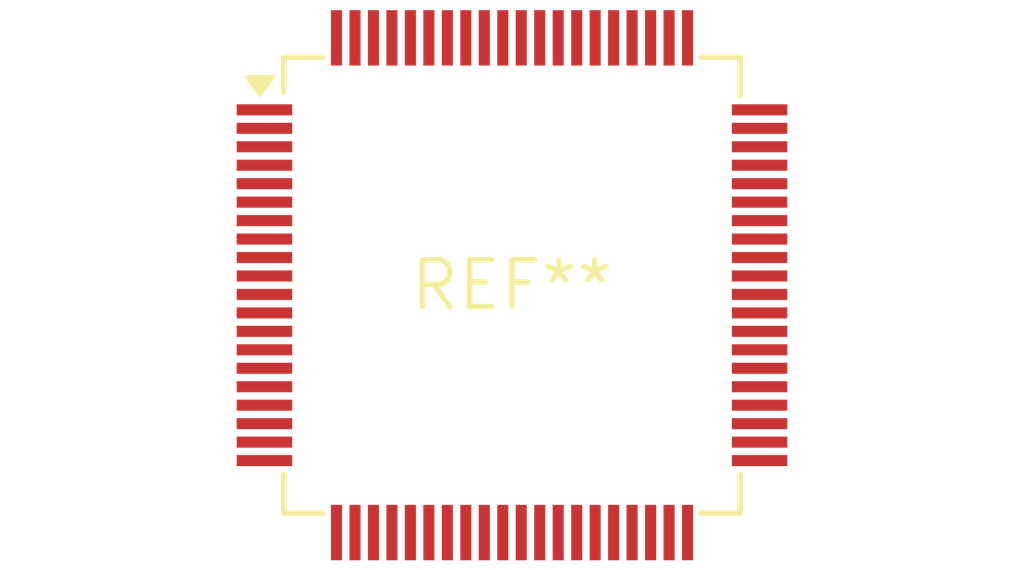
<source format=kicad_pcb>
(kicad_pcb (version 20240108) (generator pcbnew)
  (layers (0 "F.Cu" signal) (31 "B.Cu" signal) (34 "B.Paste" user) (35 "F.Paste" user) (36 "B.SilkS" user "B.Silkscreen") (37 "F.SilkS" user "F.Silkscreen") (38 "B.Mask" user) (39 "F.Mask" user) (44 "Edge.Cuts" user))
  (net 0 "")
  (footprint "TQFP-80_12x12mm_P0.5mm" (layer "F.Cu") (at 0 0)
    (property "Reference" "REF**")
    (property "Value" "TQFP-80_12x12mm_P0.5mm")
    (fp_line (start -6.175 -6.175) (end -6.175 -5.225) (layer "F.SilkS") (stroke (width 0.15)))
    (fp_line (start -6.175 -6.175) (end -5.125 -6.175) (layer "F.SilkS") (stroke (width 0.15)))
    (fp_line (start -6.175 6.175) (end -6.175 5.125) (layer "F.SilkS") (stroke (width 0.15)))
    (fp_line (start -6.175 6.175) (end -5.125 6.175) (layer "F.SilkS") (stroke (width 0.15)))
    (fp_line (start 6.175 -6.175) (end 5.125 -6.175) (layer "F.SilkS") (stroke (width 0.15)))
    (fp_line (start 6.175 -6.175) (end 6.175 -5.125) (layer "F.SilkS") (stroke (width 0.15)))
    (fp_line (start 6.175 6.175) (end 5.125 6.175) (layer "F.SilkS") (stroke (width 0.15)))
    (fp_line (start 6.175 6.175) (end 6.175 5.125) (layer "F.SilkS") (stroke (width 0.15)))
    (fp_poly (pts (xy -6.822413 -5.161958) (xy -7.162413 -5.631958) (xy -6.482413 -5.631958) (xy -6.822413 -5.161958)) (layer "F.SilkS") (stroke (width 0.12)) (fill solid))
    (pad "1" smd rect (at -6.7 -4.75) (size 1.5 0.3) (layers "F.Cu" "F.Paste" "F.Mask"))
    (pad "2" smd rect (at -6.7 -4.25) (size 1.5 0.3) (layers "F.Cu" "F.Paste" "F.Mask"))
    (pad "3" smd rect (at -6.7 -3.75) (size 1.5 0.3) (layers "F.Cu" "F.Paste" "F.Mask"))
    (pad "4" smd rect (at -6.7 -3.25) (size 1.5 0.3) (layers "F.Cu" "F.Paste" "F.Mask"))
    (pad "5" smd rect (at -6.7 -2.75) (size 1.5 0.3) (layers "F.Cu" "F.Paste" "F.Mask"))
    (pad "6" smd rect (at -6.7 -2.25) (size 1.5 0.3) (layers "F.Cu" "F.Paste" "F.Mask"))
    (pad "7" smd rect (at -6.7 -1.75) (size 1.5 0.3) (layers "F.Cu" "F.Paste" "F.Mask"))
    (pad "8" smd rect (at -6.7 -1.25) (size 1.5 0.3) (layers "F.Cu" "F.Paste" "F.Mask"))
    (pad "9" smd rect (at -6.7 -0.75) (size 1.5 0.3) (layers "F.Cu" "F.Paste" "F.Mask"))
    (pad "10" smd rect (at -6.7 -0.25) (size 1.5 0.3) (layers "F.Cu" "F.Paste" "F.Mask"))
    (pad "11" smd rect (at -6.7 0.25) (size 1.5 0.3) (layers "F.Cu" "F.Paste" "F.Mask"))
    (pad "12" smd rect (at -6.7 0.75) (size 1.5 0.3) (layers "F.Cu" "F.Paste" "F.Mask"))
    (pad "13" smd rect (at -6.7 1.25) (size 1.5 0.3) (layers "F.Cu" "F.Paste" "F.Mask"))
    (pad "14" smd rect (at -6.7 1.75) (size 1.5 0.3) (layers "F.Cu" "F.Paste" "F.Mask"))
    (pad "15" smd rect (at -6.7 2.25) (size 1.5 0.3) (layers "F.Cu" "F.Paste" "F.Mask"))
    (pad "16" smd rect (at -6.7 2.75) (size 1.5 0.3) (layers "F.Cu" "F.Paste" "F.Mask"))
    (pad "17" smd rect (at -6.7 3.25) (size 1.5 0.3) (layers "F.Cu" "F.Paste" "F.Mask"))
    (pad "18" smd rect (at -6.7 3.75) (size 1.5 0.3) (layers "F.Cu" "F.Paste" "F.Mask"))
    (pad "19" smd rect (at -6.7 4.25) (size 1.5 0.3) (layers "F.Cu" "F.Paste" "F.Mask"))
    (pad "20" smd rect (at -6.7 4.75) (size 1.5 0.3) (layers "F.Cu" "F.Paste" "F.Mask"))
    (pad "21" smd rect (at -4.75 6.7 90) (size 1.5 0.3) (layers "F.Cu" "F.Paste" "F.Mask"))
    (pad "22" smd rect (at -4.25 6.7 90) (size 1.5 0.3) (layers "F.Cu" "F.Paste" "F.Mask"))
    (pad "23" smd rect (at -3.75 6.7 90) (size 1.5 0.3) (layers "F.Cu" "F.Paste" "F.Mask"))
    (pad "24" smd rect (at -3.25 6.7 90) (size 1.5 0.3) (layers "F.Cu" "F.Paste" "F.Mask"))
    (pad "25" smd rect (at -2.75 6.7 90) (size 1.5 0.3) (layers "F.Cu" "F.Paste" "F.Mask"))
    (pad "26" smd rect (at -2.25 6.7 90) (size 1.5 0.3) (layers "F.Cu" "F.Paste" "F.Mask"))
    (pad "27" smd rect (at -1.75 6.7 90) (size 1.5 0.3) (layers "F.Cu" "F.Paste" "F.Mask"))
    (pad "28" smd rect (at -1.25 6.7 90) (size 1.5 0.3) (layers "F.Cu" "F.Paste" "F.Mask"))
    (pad "29" smd rect (at -0.75 6.7 90) (size 1.5 0.3) (layers "F.Cu" "F.Paste" "F.Mask"))
    (pad "30" smd rect (at -0.25 6.7 90) (size 1.5 0.3) (layers "F.Cu" "F.Paste" "F.Mask"))
    (pad "31" smd rect (at 0.25 6.7 90) (size 1.5 0.3) (layers "F.Cu" "F.Paste" "F.Mask"))
    (pad "32" smd rect (at 0.75 6.7 90) (size 1.5 0.3) (layers "F.Cu" "F.Paste" "F.Mask"))
    (pad "33" smd rect (at 1.25 6.7 90) (size 1.5 0.3) (layers "F.Cu" "F.Paste" "F.Mask"))
    (pad "34" smd rect (at 1.75 6.7 90) (size 1.5 0.3) (layers "F.Cu" "F.Paste" "F.Mask"))
    (pad "35" smd rect (at 2.25 6.7 90) (size 1.5 0.3) (layers "F.Cu" "F.Paste" "F.Mask"))
    (pad "36" smd rect (at 2.75 6.7 90) (size 1.5 0.3) (layers "F.Cu" "F.Paste" "F.Mask"))
    (pad "37" smd rect (at 3.25 6.7 90) (size 1.5 0.3) (layers "F.Cu" "F.Paste" "F.Mask"))
    (pad "38" smd rect (at 3.75 6.7 90) (size 1.5 0.3) (layers "F.Cu" "F.Paste" "F.Mask"))
    (pad "39" smd rect (at 4.25 6.7 90) (size 1.5 0.3) (layers "F.Cu" "F.Paste" "F.Mask"))
    (pad "40" smd rect (at 4.75 6.7 90) (size 1.5 0.3) (layers "F.Cu" "F.Paste" "F.Mask"))
    (pad "41" smd rect (at 6.7 4.75) (size 1.5 0.3) (layers "F.Cu" "F.Paste" "F.Mask"))
    (pad "42" smd rect (at 6.7 4.25) (size 1.5 0.3) (layers "F.Cu" "F.Paste" "F.Mask"))
    (pad "43" smd rect (at 6.7 3.75) (size 1.5 0.3) (layers "F.Cu" "F.Paste" "F.Mask"))
    (pad "44" smd rect (at 6.7 3.25) (size 1.5 0.3) (layers "F.Cu" "F.Paste" "F.Mask"))
    (pad "45" smd rect (at 6.7 2.75) (size 1.5 0.3) (layers "F.Cu" "F.Paste" "F.Mask"))
    (pad "46" smd rect (at 6.7 2.25) (size 1.5 0.3) (layers "F.Cu" "F.Paste" "F.Mask"))
    (pad "47" smd rect (at 6.7 1.75) (size 1.5 0.3) (layers "F.Cu" "F.Paste" "F.Mask"))
    (pad "48" smd rect (at 6.7 1.25) (size 1.5 0.3) (layers "F.Cu" "F.Paste" "F.Mask"))
    (pad "49" smd rect (at 6.7 0.75) (size 1.5 0.3) (layers "F.Cu" "F.Paste" "F.Mask"))
    (pad "50" smd rect (at 6.7 0.25) (size 1.5 0.3) (layers "F.Cu" "F.Paste" "F.Mask"))
    (pad "51" smd rect (at 6.7 -0.25) (size 1.5 0.3) (layers "F.Cu" "F.Paste" "F.Mask"))
    (pad "52" smd rect (at 6.7 -0.75) (size 1.5 0.3) (layers "F.Cu" "F.Paste" "F.Mask"))
    (pad "53" smd rect (at 6.7 -1.25) (size 1.5 0.3) (layers "F.Cu" "F.Paste" "F.Mask"))
    (pad "54" smd rect (at 6.7 -1.75) (size 1.5 0.3) (layers "F.Cu" "F.Paste" "F.Mask"))
    (pad "55" smd rect (at 6.7 -2.25) (size 1.5 0.3) (layers "F.Cu" "F.Paste" "F.Mask"))
    (pad "56" smd rect (at 6.7 -2.75) (size 1.5 0.3) (layers "F.Cu" "F.Paste" "F.Mask"))
    (pad "57" smd rect (at 6.7 -3.25) (size 1.5 0.3) (layers "F.Cu" "F.Paste" "F.Mask"))
    (pad "58" smd rect (at 6.7 -3.75) (size 1.5 0.3) (layers "F.Cu" "F.Paste" "F.Mask"))
    (pad "59" smd rect (at 6.7 -4.25) (size 1.5 0.3) (layers "F.Cu" "F.Paste" "F.Mask"))
    (pad "60" smd rect (at 6.7 -4.75) (size 1.5 0.3) (layers "F.Cu" "F.Paste" "F.Mask"))
    (pad "61" smd rect (at 4.75 -6.7 90) (size 1.5 0.3) (layers "F.Cu" "F.Paste" "F.Mask"))
    (pad "62" smd rect (at 4.25 -6.7 90) (size 1.5 0.3) (layers "F.Cu" "F.Paste" "F.Mask"))
    (pad "63" smd rect (at 3.75 -6.7 90) (size 1.5 0.3) (layers "F.Cu" "F.Paste" "F.Mask"))
    (pad "64" smd rect (at 3.25 -6.7 90) (size 1.5 0.3) (layers "F.Cu" "F.Paste" "F.Mask"))
    (pad "65" smd rect (at 2.75 -6.7 90) (size 1.5 0.3) (layers "F.Cu" "F.Paste" "F.Mask"))
    (pad "66" smd rect (at 2.25 -6.7 90) (size 1.5 0.3) (layers "F.Cu" "F.Paste" "F.Mask"))
    (pad "67" smd rect (at 1.75 -6.7 90) (size 1.5 0.3) (layers "F.Cu" "F.Paste" "F.Mask"))
    (pad "68" smd rect (at 1.25 -6.7 90) (size 1.5 0.3) (layers "F.Cu" "F.Paste" "F.Mask"))
    (pad "69" smd rect (at 0.75 -6.7 90) (size 1.5 0.3) (layers "F.Cu" "F.Paste" "F.Mask"))
    (pad "70" smd rect (at 0.25 -6.7 90) (size 1.5 0.3) (layers "F.Cu" "F.Paste" "F.Mask"))
    (pad "71" smd rect (at -0.25 -6.7 90) (size 1.5 0.3) (layers "F.Cu" "F.Paste" "F.Mask"))
    (pad "72" smd rect (at -0.75 -6.7 90) (size 1.5 0.3) (layers "F.Cu" "F.Paste" "F.Mask"))
    (pad "73" smd rect (at -1.25 -6.7 90) (size 1.5 0.3) (layers "F.Cu" "F.Paste" "F.Mask"))
    (pad "74" smd rect (at -1.75 -6.7 90) (size 1.5 0.3) (layers "F.Cu" "F.Paste" "F.Mask"))
    (pad "75" smd rect (at -2.25 -6.7 90) (size 1.5 0.3) (layers "F.Cu" "F.Paste" "F.Mask"))
    (pad "76" smd rect (at -2.75 -6.7 90) (size 1.5 0.3) (layers "F.Cu" "F.Paste" "F.Mask"))
    (pad "77" smd rect (at -3.25 -6.7 90) (size 1.5 0.3) (layers "F.Cu" "F.Paste" "F.Mask"))
    (pad "78" smd rect (at -3.75 -6.7 90) (size 1.5 0.3) (layers "F.Cu" "F.Paste" "F.Mask"))
    (pad "79" smd rect (at -4.25 -6.7 90) (size 1.5 0.3) (layers "F.Cu" "F.Paste" "F.Mask"))
    (pad "80" smd rect (at -4.75 -6.7 90) (size 1.5 0.3) (layers "F.Cu" "F.Paste" "F.Mask"))
  )
)
</source>
